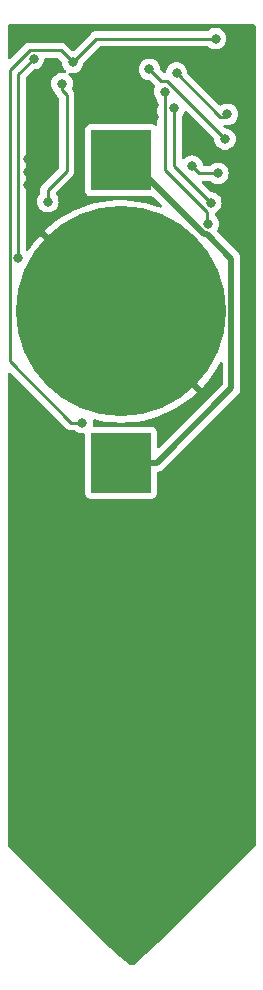
<source format=gbr>
G04 #@! TF.GenerationSoftware,KiCad,Pcbnew,(6.0.7)*
G04 #@! TF.CreationDate,2022-09-04T16:16:14-05:00*
G04 #@! TF.ProjectId,parasite-mini-test,70617261-7369-4746-952d-6d696e692d74,1.2.0*
G04 #@! TF.SameCoordinates,Original*
G04 #@! TF.FileFunction,Copper,L2,Bot*
G04 #@! TF.FilePolarity,Positive*
%FSLAX46Y46*%
G04 Gerber Fmt 4.6, Leading zero omitted, Abs format (unit mm)*
G04 Created by KiCad (PCBNEW (6.0.7)) date 2022-09-04 16:16:14*
%MOMM*%
%LPD*%
G01*
G04 APERTURE LIST*
G04 #@! TA.AperFunction,SMDPad,CuDef*
%ADD10R,5.100000X5.100000*%
G04 #@! TD*
G04 #@! TA.AperFunction,SMDPad,CuDef*
%ADD11C,17.800000*%
G04 #@! TD*
G04 #@! TA.AperFunction,ViaPad*
%ADD12C,0.800000*%
G04 #@! TD*
G04 #@! TA.AperFunction,Conductor*
%ADD13C,0.250000*%
G04 #@! TD*
G04 #@! TA.AperFunction,Conductor*
%ADD14C,0.500000*%
G04 #@! TD*
G04 APERTURE END LIST*
D10*
X67100000Y-42100000D03*
X67100000Y-67700000D03*
D11*
X67100000Y-54900000D03*
D12*
X65800000Y-61100000D03*
X69900000Y-37400000D03*
X74800000Y-54700000D03*
X67100000Y-38200000D03*
X67198744Y-55038241D03*
X62925065Y-31530239D03*
X63500000Y-51400000D03*
X68700000Y-60700000D03*
X59200000Y-43100000D03*
X69900000Y-38400000D03*
X59600000Y-37200000D03*
X65862500Y-55237500D03*
X71300000Y-52400000D03*
X63600000Y-41600000D03*
X64100000Y-55237500D03*
X72200000Y-52400000D03*
X59600000Y-35400000D03*
X63500000Y-50500000D03*
X59200000Y-42000000D03*
X63500000Y-38200000D03*
X59600000Y-36300000D03*
X63500000Y-49600000D03*
X59200000Y-44200000D03*
X63600000Y-42700000D03*
X65800000Y-38200000D03*
X64700000Y-38200000D03*
X74800000Y-53800000D03*
X68550000Y-66250000D03*
X67100000Y-67700000D03*
X67800000Y-67000000D03*
X75100000Y-31800000D03*
X63000000Y-33800000D03*
X63800000Y-64300000D03*
X60900000Y-45600000D03*
X62100000Y-35600000D03*
X58400000Y-50400000D03*
X59699999Y-33500000D03*
X71800000Y-34700000D03*
X76100000Y-38200000D03*
X69500000Y-34400000D03*
X75900000Y-40300000D03*
X69500000Y-34400000D03*
X75300000Y-43200000D03*
X73119000Y-42600000D03*
X71600000Y-37700000D03*
X74700000Y-45700000D03*
X74493886Y-47510431D03*
X70800000Y-36300000D03*
D13*
X63200000Y-38200000D02*
X64500000Y-38200000D01*
X63225000Y-38275000D02*
X63300000Y-38200000D01*
X65800000Y-38200000D02*
X67100000Y-38200000D01*
D14*
X74085885Y-48360432D02*
X67825453Y-42100000D01*
X70150000Y-67700000D02*
X76450001Y-61399999D01*
X67100000Y-67700000D02*
X70150000Y-67700000D01*
X74360432Y-48360432D02*
X74085885Y-48360432D01*
X76450001Y-50450001D02*
X74360432Y-48360432D01*
X76450001Y-61399999D02*
X76450001Y-50450001D01*
X67825453Y-42100000D02*
X67100000Y-42100000D01*
D13*
X65000000Y-31800000D02*
X75100000Y-31800000D01*
X57674999Y-34451998D02*
X57674999Y-59128001D01*
X59351998Y-32774999D02*
X57674999Y-34451998D01*
X63000000Y-33800000D02*
X61974999Y-32774999D01*
X61974999Y-32774999D02*
X59351998Y-32774999D01*
X63000000Y-33800000D02*
X65000000Y-31800000D01*
X57674999Y-59128001D02*
X62846998Y-64300000D01*
X62846998Y-64300000D02*
X63800000Y-64300000D01*
X60900000Y-44600000D02*
X60900000Y-45600000D01*
X62100000Y-35600000D02*
X62100000Y-36165685D01*
X62500000Y-43000000D02*
X60900000Y-44600000D01*
X62500000Y-36565685D02*
X62500000Y-43000000D01*
X62100000Y-36165685D02*
X62500000Y-36565685D01*
X59699999Y-33500000D02*
X58400000Y-34799999D01*
X58400000Y-34799999D02*
X58400000Y-50400000D01*
X71800000Y-34700000D02*
X75500000Y-38400000D01*
X75500000Y-38400000D02*
X75900000Y-38400000D01*
X75900000Y-38400000D02*
X76100000Y-38200000D01*
X71000001Y-35400001D02*
X75900000Y-40300000D01*
X69500000Y-34400000D02*
X69899999Y-34799999D01*
X70500001Y-35400001D02*
X69500000Y-34400000D01*
X71000001Y-35400001D02*
X70500001Y-35400001D01*
X73719000Y-43200000D02*
X73119000Y-42600000D01*
X75300000Y-43200000D02*
X73719000Y-43200000D01*
X74700000Y-45700000D02*
X71600000Y-42600000D01*
X71600000Y-42600000D02*
X71600000Y-37700000D01*
X70800000Y-42900000D02*
X70800000Y-36300000D01*
X74400000Y-47500000D02*
X74400000Y-46500000D01*
X74400000Y-46500000D02*
X70800000Y-42900000D01*
G04 #@! TA.AperFunction,Conductor*
G36*
X78433621Y-30620002D02*
G01*
X78480114Y-30673658D01*
X78491500Y-30726000D01*
X78491500Y-100057184D01*
X78471498Y-100125305D01*
X78454595Y-100146279D01*
X70243831Y-108357041D01*
X70239559Y-108361118D01*
X68248509Y-110173758D01*
X68200262Y-110201160D01*
X68188569Y-110204707D01*
X68164347Y-110209525D01*
X68108787Y-110214997D01*
X68012346Y-110224496D01*
X67987654Y-110224496D01*
X67891213Y-110214997D01*
X67835653Y-110209525D01*
X67811428Y-110204706D01*
X67791652Y-110198707D01*
X67744395Y-110172197D01*
X67017530Y-109524395D01*
X66155950Y-108756531D01*
X66150716Y-108751588D01*
X57545405Y-100146279D01*
X57511379Y-100083967D01*
X57508500Y-100057184D01*
X57508500Y-60161596D01*
X57528502Y-60093475D01*
X57582158Y-60046982D01*
X57652432Y-60036878D01*
X57717012Y-60066372D01*
X57723595Y-60072501D01*
X62343346Y-64692253D01*
X62350886Y-64700539D01*
X62354998Y-64707018D01*
X62360775Y-64712443D01*
X62404649Y-64753643D01*
X62407491Y-64756398D01*
X62427228Y-64776135D01*
X62430425Y-64778615D01*
X62439445Y-64786318D01*
X62471677Y-64816586D01*
X62478623Y-64820405D01*
X62478626Y-64820407D01*
X62489432Y-64826348D01*
X62505951Y-64837199D01*
X62521957Y-64849614D01*
X62529226Y-64852759D01*
X62529230Y-64852762D01*
X62562535Y-64867174D01*
X62573185Y-64872391D01*
X62611938Y-64893695D01*
X62619613Y-64895666D01*
X62619614Y-64895666D01*
X62631560Y-64898733D01*
X62650265Y-64905137D01*
X62668853Y-64913181D01*
X62676676Y-64914420D01*
X62676686Y-64914423D01*
X62712522Y-64920099D01*
X62724142Y-64922505D01*
X62759287Y-64931528D01*
X62766968Y-64933500D01*
X62787222Y-64933500D01*
X62806932Y-64935051D01*
X62826941Y-64938220D01*
X62834833Y-64937474D01*
X62870959Y-64934059D01*
X62882817Y-64933500D01*
X63091800Y-64933500D01*
X63159921Y-64953502D01*
X63179147Y-64969843D01*
X63179420Y-64969540D01*
X63184332Y-64973963D01*
X63188747Y-64978866D01*
X63343248Y-65091118D01*
X63349276Y-65093802D01*
X63349278Y-65093803D01*
X63375063Y-65105283D01*
X63517712Y-65168794D01*
X63611112Y-65188647D01*
X63698056Y-65207128D01*
X63698061Y-65207128D01*
X63704513Y-65208500D01*
X63895487Y-65208500D01*
X63901942Y-65207128D01*
X63902332Y-65207087D01*
X63972170Y-65219860D01*
X64024016Y-65268363D01*
X64041500Y-65332397D01*
X64041500Y-70298134D01*
X64048255Y-70360316D01*
X64099385Y-70496705D01*
X64186739Y-70613261D01*
X64303295Y-70700615D01*
X64439684Y-70751745D01*
X64501866Y-70758500D01*
X69698134Y-70758500D01*
X69760316Y-70751745D01*
X69896705Y-70700615D01*
X70013261Y-70613261D01*
X70100615Y-70496705D01*
X70151745Y-70360316D01*
X70158500Y-70298134D01*
X70158500Y-68576507D01*
X70178502Y-68508386D01*
X70232158Y-68461893D01*
X70274286Y-68450922D01*
X70276048Y-68450779D01*
X70292339Y-68449454D01*
X70292342Y-68449453D01*
X70299637Y-68448860D01*
X70306601Y-68446604D01*
X70312560Y-68445413D01*
X70318415Y-68444029D01*
X70325681Y-68443182D01*
X70394327Y-68418265D01*
X70398455Y-68416848D01*
X70460936Y-68396607D01*
X70460938Y-68396606D01*
X70467899Y-68394351D01*
X70474154Y-68390555D01*
X70479628Y-68388049D01*
X70485058Y-68385330D01*
X70491937Y-68382833D01*
X70552976Y-68342814D01*
X70556680Y-68340477D01*
X70619107Y-68302595D01*
X70627484Y-68295197D01*
X70627508Y-68295224D01*
X70630500Y-68292571D01*
X70633733Y-68289868D01*
X70639852Y-68285856D01*
X70693128Y-68229617D01*
X70695506Y-68227175D01*
X76938912Y-61983769D01*
X76953324Y-61971383D01*
X76964919Y-61962850D01*
X76964924Y-61962845D01*
X76970819Y-61958507D01*
X76975558Y-61952929D01*
X76975561Y-61952926D01*
X77005036Y-61918231D01*
X77011966Y-61910715D01*
X77017661Y-61905020D01*
X77035282Y-61882748D01*
X77038073Y-61879344D01*
X77080592Y-61829296D01*
X77080593Y-61829294D01*
X77085334Y-61823714D01*
X77088662Y-61817198D01*
X77092029Y-61812149D01*
X77095196Y-61807020D01*
X77099735Y-61801283D01*
X77130656Y-61735124D01*
X77132562Y-61731224D01*
X77138353Y-61719883D01*
X77165770Y-61666191D01*
X77167509Y-61659082D01*
X77169605Y-61653448D01*
X77171524Y-61647678D01*
X77174623Y-61641049D01*
X77189492Y-61569564D01*
X77190462Y-61565281D01*
X77206474Y-61499843D01*
X77207809Y-61494389D01*
X77208501Y-61483235D01*
X77208536Y-61483237D01*
X77208776Y-61479265D01*
X77209153Y-61475044D01*
X77210642Y-61467884D01*
X77208547Y-61390457D01*
X77208501Y-61387049D01*
X77208501Y-50517071D01*
X77209934Y-50498121D01*
X77212100Y-50483886D01*
X77212100Y-50483882D01*
X77213200Y-50476652D01*
X77208916Y-50423983D01*
X77208501Y-50413768D01*
X77208501Y-50405708D01*
X77205210Y-50377481D01*
X77204779Y-50373122D01*
X77199454Y-50307661D01*
X77198861Y-50300365D01*
X77196606Y-50293404D01*
X77195419Y-50287464D01*
X77194030Y-50281589D01*
X77193183Y-50274320D01*
X77168265Y-50205671D01*
X77166848Y-50201543D01*
X77146608Y-50139065D01*
X77146607Y-50139063D01*
X77144352Y-50132102D01*
X77140556Y-50125847D01*
X77138050Y-50120373D01*
X77135331Y-50114943D01*
X77132834Y-50108064D01*
X77092815Y-50047025D01*
X77090468Y-50043306D01*
X77052596Y-49980894D01*
X77045198Y-49972517D01*
X77045225Y-49972493D01*
X77042572Y-49969501D01*
X77039869Y-49966268D01*
X77035857Y-49960149D01*
X76979618Y-49906873D01*
X76977176Y-49904495D01*
X75259978Y-48187297D01*
X75225952Y-48124985D01*
X75231017Y-48054170D01*
X75239954Y-48035202D01*
X75325109Y-47887710D01*
X75325110Y-47887709D01*
X75328413Y-47881987D01*
X75387428Y-47700359D01*
X75407390Y-47510431D01*
X75387428Y-47320503D01*
X75328413Y-47138875D01*
X75232926Y-46973487D01*
X75105139Y-46831565D01*
X75085439Y-46817252D01*
X75042085Y-46761029D01*
X75033500Y-46715316D01*
X75033500Y-46627819D01*
X75053502Y-46559698D01*
X75108251Y-46512712D01*
X75150722Y-46493803D01*
X75150724Y-46493802D01*
X75156752Y-46491118D01*
X75311253Y-46378866D01*
X75338068Y-46349085D01*
X75434621Y-46241852D01*
X75434622Y-46241851D01*
X75439040Y-46236944D01*
X75534527Y-46071556D01*
X75593542Y-45889928D01*
X75594464Y-45881162D01*
X75612814Y-45706565D01*
X75613504Y-45700000D01*
X75602212Y-45592558D01*
X75594232Y-45516635D01*
X75594232Y-45516633D01*
X75593542Y-45510072D01*
X75534527Y-45328444D01*
X75439040Y-45163056D01*
X75377969Y-45095229D01*
X75315675Y-45026045D01*
X75315674Y-45026044D01*
X75311253Y-45021134D01*
X75156752Y-44908882D01*
X75150724Y-44906198D01*
X75150722Y-44906197D01*
X74988319Y-44833891D01*
X74988318Y-44833891D01*
X74982288Y-44831206D01*
X74888888Y-44811353D01*
X74801944Y-44792872D01*
X74801939Y-44792872D01*
X74795487Y-44791500D01*
X74739594Y-44791500D01*
X74671473Y-44771498D01*
X74650499Y-44754595D01*
X73944499Y-44048595D01*
X73910473Y-43986283D01*
X73915538Y-43915468D01*
X73958085Y-43858632D01*
X74024605Y-43833821D01*
X74033594Y-43833500D01*
X74591800Y-43833500D01*
X74659921Y-43853502D01*
X74679147Y-43869843D01*
X74679420Y-43869540D01*
X74684332Y-43873963D01*
X74688747Y-43878866D01*
X74843248Y-43991118D01*
X74849276Y-43993802D01*
X74849278Y-43993803D01*
X74972344Y-44048595D01*
X75017712Y-44068794D01*
X75111112Y-44088647D01*
X75198056Y-44107128D01*
X75198061Y-44107128D01*
X75204513Y-44108500D01*
X75395487Y-44108500D01*
X75401939Y-44107128D01*
X75401944Y-44107128D01*
X75488887Y-44088647D01*
X75582288Y-44068794D01*
X75627656Y-44048595D01*
X75750722Y-43993803D01*
X75750724Y-43993802D01*
X75756752Y-43991118D01*
X75911253Y-43878866D01*
X76039040Y-43736944D01*
X76134527Y-43571556D01*
X76193542Y-43389928D01*
X76213504Y-43200000D01*
X76210384Y-43170312D01*
X76194232Y-43016635D01*
X76194232Y-43016633D01*
X76193542Y-43010072D01*
X76134527Y-42828444D01*
X76039040Y-42663056D01*
X75911253Y-42521134D01*
X75756752Y-42408882D01*
X75750724Y-42406198D01*
X75750722Y-42406197D01*
X75588319Y-42333891D01*
X75588318Y-42333891D01*
X75582288Y-42331206D01*
X75488887Y-42311353D01*
X75401944Y-42292872D01*
X75401939Y-42292872D01*
X75395487Y-42291500D01*
X75204513Y-42291500D01*
X75198061Y-42292872D01*
X75198056Y-42292872D01*
X75111113Y-42311353D01*
X75017712Y-42331206D01*
X75011682Y-42333891D01*
X75011681Y-42333891D01*
X74849278Y-42406197D01*
X74849276Y-42406198D01*
X74843248Y-42408882D01*
X74688747Y-42521134D01*
X74684332Y-42526037D01*
X74679420Y-42530460D01*
X74678295Y-42529211D01*
X74624986Y-42562051D01*
X74591800Y-42566500D01*
X74142434Y-42566500D01*
X74074313Y-42546498D01*
X74027820Y-42492842D01*
X74017124Y-42453670D01*
X74013232Y-42416635D01*
X74013232Y-42416633D01*
X74012542Y-42410072D01*
X73953527Y-42228444D01*
X73858040Y-42063056D01*
X73730253Y-41921134D01*
X73575752Y-41808882D01*
X73569724Y-41806198D01*
X73569722Y-41806197D01*
X73407319Y-41733891D01*
X73407318Y-41733891D01*
X73401288Y-41731206D01*
X73307887Y-41711353D01*
X73220944Y-41692872D01*
X73220939Y-41692872D01*
X73214487Y-41691500D01*
X73023513Y-41691500D01*
X73017061Y-41692872D01*
X73017056Y-41692872D01*
X72930112Y-41711353D01*
X72836712Y-41731206D01*
X72830682Y-41733891D01*
X72830681Y-41733891D01*
X72668278Y-41806197D01*
X72668276Y-41806198D01*
X72662248Y-41808882D01*
X72507747Y-41921134D01*
X72503326Y-41926044D01*
X72503325Y-41926045D01*
X72453136Y-41981786D01*
X72392690Y-42019026D01*
X72321707Y-42017674D01*
X72262722Y-41978161D01*
X72234464Y-41913030D01*
X72233500Y-41897476D01*
X72233500Y-38402524D01*
X72253502Y-38334403D01*
X72265858Y-38318221D01*
X72339040Y-38236944D01*
X72434527Y-38071556D01*
X72454646Y-38009637D01*
X72494720Y-37951031D01*
X72560117Y-37923395D01*
X72630074Y-37935502D01*
X72663574Y-37959479D01*
X74952878Y-40248783D01*
X74986904Y-40311095D01*
X74989093Y-40324706D01*
X75006458Y-40489928D01*
X75065473Y-40671556D01*
X75160960Y-40836944D01*
X75288747Y-40978866D01*
X75443248Y-41091118D01*
X75449276Y-41093802D01*
X75449278Y-41093803D01*
X75611681Y-41166109D01*
X75617712Y-41168794D01*
X75711113Y-41188647D01*
X75798056Y-41207128D01*
X75798061Y-41207128D01*
X75804513Y-41208500D01*
X75995487Y-41208500D01*
X76001939Y-41207128D01*
X76001944Y-41207128D01*
X76088887Y-41188647D01*
X76182288Y-41168794D01*
X76188319Y-41166109D01*
X76350722Y-41093803D01*
X76350724Y-41093802D01*
X76356752Y-41091118D01*
X76511253Y-40978866D01*
X76639040Y-40836944D01*
X76734527Y-40671556D01*
X76793542Y-40489928D01*
X76813504Y-40300000D01*
X76793542Y-40110072D01*
X76734527Y-39928444D01*
X76639040Y-39763056D01*
X76511253Y-39621134D01*
X76356752Y-39508882D01*
X76350724Y-39506198D01*
X76350722Y-39506197D01*
X76188319Y-39433891D01*
X76188318Y-39433891D01*
X76182288Y-39431206D01*
X76088888Y-39411353D01*
X76001944Y-39392872D01*
X76001939Y-39392872D01*
X75995487Y-39391500D01*
X75939594Y-39391500D01*
X75871473Y-39371498D01*
X75850499Y-39354595D01*
X75797183Y-39301279D01*
X75763157Y-39238967D01*
X75768222Y-39168152D01*
X75810769Y-39111316D01*
X75877289Y-39086505D01*
X75912475Y-39088937D01*
X75998056Y-39107128D01*
X75998061Y-39107128D01*
X76004513Y-39108500D01*
X76195487Y-39108500D01*
X76201939Y-39107128D01*
X76201944Y-39107128D01*
X76288888Y-39088647D01*
X76382288Y-39068794D01*
X76422189Y-39051029D01*
X76550722Y-38993803D01*
X76550724Y-38993802D01*
X76556752Y-38991118D01*
X76711253Y-38878866D01*
X76839040Y-38736944D01*
X76934527Y-38571556D01*
X76993542Y-38389928D01*
X77001080Y-38318213D01*
X77012814Y-38206565D01*
X77013504Y-38200000D01*
X76993542Y-38010072D01*
X76934527Y-37828444D01*
X76839040Y-37663056D01*
X76711253Y-37521134D01*
X76556752Y-37408882D01*
X76550724Y-37406198D01*
X76550722Y-37406197D01*
X76388319Y-37333891D01*
X76388318Y-37333891D01*
X76382288Y-37331206D01*
X76288887Y-37311353D01*
X76201944Y-37292872D01*
X76201939Y-37292872D01*
X76195487Y-37291500D01*
X76004513Y-37291500D01*
X75998061Y-37292872D01*
X75998056Y-37292872D01*
X75911113Y-37311353D01*
X75817712Y-37331206D01*
X75811682Y-37333891D01*
X75811681Y-37333891D01*
X75649278Y-37406197D01*
X75649276Y-37406198D01*
X75643248Y-37408882D01*
X75637910Y-37412760D01*
X75637907Y-37412762D01*
X75592193Y-37445975D01*
X75525325Y-37469833D01*
X75456173Y-37453751D01*
X75429038Y-37433133D01*
X72747122Y-34751217D01*
X72713096Y-34688905D01*
X72710907Y-34675292D01*
X72694232Y-34516635D01*
X72694232Y-34516633D01*
X72693542Y-34510072D01*
X72634527Y-34328444D01*
X72539040Y-34163056D01*
X72411253Y-34021134D01*
X72256752Y-33908882D01*
X72250724Y-33906198D01*
X72250722Y-33906197D01*
X72088319Y-33833891D01*
X72088318Y-33833891D01*
X72082288Y-33831206D01*
X71987669Y-33811094D01*
X71901944Y-33792872D01*
X71901939Y-33792872D01*
X71895487Y-33791500D01*
X71704513Y-33791500D01*
X71698061Y-33792872D01*
X71698056Y-33792872D01*
X71612331Y-33811094D01*
X71517712Y-33831206D01*
X71511682Y-33833891D01*
X71511681Y-33833891D01*
X71349278Y-33906197D01*
X71349276Y-33906198D01*
X71343248Y-33908882D01*
X71188747Y-34021134D01*
X71060960Y-34163056D01*
X70965473Y-34328444D01*
X70906458Y-34510072D01*
X70905768Y-34516633D01*
X70905768Y-34516635D01*
X70895982Y-34609748D01*
X70868969Y-34675405D01*
X70810748Y-34716035D01*
X70739802Y-34718738D01*
X70681577Y-34685673D01*
X70447122Y-34451218D01*
X70413096Y-34388906D01*
X70410907Y-34375293D01*
X70394232Y-34216635D01*
X70394232Y-34216633D01*
X70393542Y-34210072D01*
X70334527Y-34028444D01*
X70239040Y-33863056D01*
X70204511Y-33824707D01*
X70115675Y-33726045D01*
X70115674Y-33726044D01*
X70111253Y-33721134D01*
X69956752Y-33608882D01*
X69950724Y-33606198D01*
X69950722Y-33606197D01*
X69788319Y-33533891D01*
X69788318Y-33533891D01*
X69782288Y-33531206D01*
X69670747Y-33507497D01*
X69601944Y-33492872D01*
X69601939Y-33492872D01*
X69595487Y-33491500D01*
X69404513Y-33491500D01*
X69398061Y-33492872D01*
X69398056Y-33492872D01*
X69329253Y-33507497D01*
X69217712Y-33531206D01*
X69211682Y-33533891D01*
X69211681Y-33533891D01*
X69049278Y-33606197D01*
X69049276Y-33606198D01*
X69043248Y-33608882D01*
X68888747Y-33721134D01*
X68884326Y-33726044D01*
X68884325Y-33726045D01*
X68795490Y-33824707D01*
X68760960Y-33863056D01*
X68665473Y-34028444D01*
X68606458Y-34210072D01*
X68605768Y-34216633D01*
X68605768Y-34216635D01*
X68590058Y-34366109D01*
X68586496Y-34400000D01*
X68606458Y-34589928D01*
X68665473Y-34771556D01*
X68760960Y-34936944D01*
X68888747Y-35078866D01*
X69043248Y-35191118D01*
X69049276Y-35193802D01*
X69049278Y-35193803D01*
X69141200Y-35234729D01*
X69217712Y-35268794D01*
X69311112Y-35288647D01*
X69398056Y-35307128D01*
X69398061Y-35307128D01*
X69404513Y-35308500D01*
X69460405Y-35308500D01*
X69528526Y-35328502D01*
X69549501Y-35345405D01*
X69958259Y-35754164D01*
X69992284Y-35816476D01*
X69987219Y-35887292D01*
X69978284Y-35906255D01*
X69965473Y-35928444D01*
X69906458Y-36110072D01*
X69905768Y-36116633D01*
X69905768Y-36116635D01*
X69900294Y-36168716D01*
X69886496Y-36300000D01*
X69887186Y-36306565D01*
X69904711Y-36473302D01*
X69906458Y-36489928D01*
X69965473Y-36671556D01*
X70060960Y-36836944D01*
X70134137Y-36918215D01*
X70164853Y-36982221D01*
X70166500Y-37002524D01*
X70166500Y-39049695D01*
X70146498Y-39117816D01*
X70092842Y-39164309D01*
X70022568Y-39174413D01*
X69964936Y-39150521D01*
X69896705Y-39099385D01*
X69760316Y-39048255D01*
X69698134Y-39041500D01*
X64501866Y-39041500D01*
X64439684Y-39048255D01*
X64303295Y-39099385D01*
X64186739Y-39186739D01*
X64099385Y-39303295D01*
X64048255Y-39439684D01*
X64041500Y-39501866D01*
X64041500Y-44698134D01*
X64048255Y-44760316D01*
X64099385Y-44896705D01*
X64186739Y-45013261D01*
X64303295Y-45100615D01*
X64439684Y-45151745D01*
X64501866Y-45158500D01*
X69698134Y-45158500D01*
X69740171Y-45153933D01*
X69810051Y-45166460D01*
X69842873Y-45190101D01*
X70533934Y-45881162D01*
X70567960Y-45943474D01*
X70562895Y-46014289D01*
X70520348Y-46071125D01*
X70453828Y-46095936D01*
X70398558Y-46087449D01*
X70274988Y-46038649D01*
X70271159Y-46037278D01*
X69696502Y-45852222D01*
X69692627Y-45851111D01*
X69107229Y-45703526D01*
X69103268Y-45702663D01*
X68509588Y-45593167D01*
X68505566Y-45592558D01*
X67906029Y-45521598D01*
X67902027Y-45521255D01*
X67299136Y-45489131D01*
X67295119Y-45489047D01*
X66691442Y-45495896D01*
X66687380Y-45496073D01*
X66085416Y-45541864D01*
X66081389Y-45542301D01*
X65483660Y-45626839D01*
X65479623Y-45627543D01*
X64888587Y-45750478D01*
X64884639Y-45751434D01*
X64302765Y-45912254D01*
X64298873Y-45913467D01*
X63728579Y-46111506D01*
X63724796Y-46112959D01*
X63168481Y-46347384D01*
X63164782Y-46349085D01*
X62624758Y-46618920D01*
X62621156Y-46620868D01*
X62099693Y-46924975D01*
X62096229Y-46927148D01*
X61595452Y-47264292D01*
X61592161Y-47266665D01*
X61114195Y-47635414D01*
X61111040Y-47638013D01*
X60657848Y-48036854D01*
X60654900Y-48039622D01*
X60639690Y-48054859D01*
X60632090Y-48068808D01*
X60632225Y-48070670D01*
X60636453Y-48077243D01*
X73916962Y-61357752D01*
X73930906Y-61365366D01*
X73931950Y-61365292D01*
X73939643Y-61360218D01*
X74115787Y-61175573D01*
X74118510Y-61172527D01*
X74506152Y-60709734D01*
X74508646Y-60706554D01*
X74865621Y-60219701D01*
X74867921Y-60216341D01*
X75192732Y-59707472D01*
X75194803Y-59703984D01*
X75455139Y-59231412D01*
X75505528Y-59181397D01*
X75574958Y-59166564D01*
X75641386Y-59191623D01*
X75683720Y-59248617D01*
X75691501Y-59292209D01*
X75691501Y-61033628D01*
X75671499Y-61101749D01*
X75654596Y-61122723D01*
X70373595Y-66403724D01*
X70311283Y-66437750D01*
X70240468Y-66432685D01*
X70183632Y-66390138D01*
X70158821Y-66323618D01*
X70158500Y-66314629D01*
X70158500Y-65101866D01*
X70151745Y-65039684D01*
X70100615Y-64903295D01*
X70013261Y-64786739D01*
X69896705Y-64699385D01*
X69760316Y-64648255D01*
X69698134Y-64641500D01*
X64816216Y-64641500D01*
X64748095Y-64621498D01*
X64701602Y-64567842D01*
X64691498Y-64497568D01*
X64692029Y-64494584D01*
X64693542Y-64489928D01*
X64713504Y-64300000D01*
X64700195Y-64173373D01*
X64712967Y-64103535D01*
X64761469Y-64051688D01*
X64830302Y-64034294D01*
X64853527Y-64037359D01*
X65301917Y-64139642D01*
X65305912Y-64140419D01*
X65901930Y-64236419D01*
X65905969Y-64236936D01*
X66506918Y-64294272D01*
X66510987Y-64294528D01*
X67114384Y-64312964D01*
X67118470Y-64312956D01*
X67721812Y-64292414D01*
X67725856Y-64292145D01*
X68326622Y-64232710D01*
X68330658Y-64232179D01*
X68926321Y-64134102D01*
X68930324Y-64133309D01*
X69518425Y-63996995D01*
X69522345Y-63995952D01*
X70100442Y-63821964D01*
X70104275Y-63820674D01*
X70669914Y-63609753D01*
X70673707Y-63608197D01*
X71224544Y-63361219D01*
X71228205Y-63359433D01*
X71761987Y-63077406D01*
X71765493Y-63075406D01*
X72279963Y-62759521D01*
X72283360Y-62757280D01*
X72776367Y-62408858D01*
X72779591Y-62406420D01*
X73249100Y-62026897D01*
X73252167Y-62024250D01*
X73557854Y-61742663D01*
X73566032Y-61729046D01*
X73566018Y-61728587D01*
X73560673Y-61719883D01*
X60280806Y-48440016D01*
X60266862Y-48432402D01*
X60265057Y-48432531D01*
X60258404Y-48436810D01*
X60228383Y-48466885D01*
X60225621Y-48469835D01*
X59827560Y-48923737D01*
X59824995Y-48926860D01*
X59457060Y-49405497D01*
X59454697Y-49408785D01*
X59264143Y-49692894D01*
X59209586Y-49738326D01*
X59139128Y-49747051D01*
X59075138Y-49716298D01*
X59037932Y-49655832D01*
X59033500Y-49622709D01*
X59033500Y-35114593D01*
X59053502Y-35046472D01*
X59070405Y-35025498D01*
X59650498Y-34445405D01*
X59712810Y-34411379D01*
X59739593Y-34408500D01*
X59795486Y-34408500D01*
X59801938Y-34407128D01*
X59801943Y-34407128D01*
X59888887Y-34388647D01*
X59982287Y-34368794D01*
X60066667Y-34331226D01*
X60150721Y-34293803D01*
X60150723Y-34293802D01*
X60156751Y-34291118D01*
X60311252Y-34178866D01*
X60439039Y-34036944D01*
X60534526Y-33871556D01*
X60593541Y-33689928D01*
X60611261Y-33521328D01*
X60638274Y-33455672D01*
X60696496Y-33415042D01*
X60736571Y-33408499D01*
X61660405Y-33408499D01*
X61728526Y-33428501D01*
X61749500Y-33445404D01*
X62052878Y-33748782D01*
X62086904Y-33811094D01*
X62089092Y-33824703D01*
X62106458Y-33989928D01*
X62165473Y-34171556D01*
X62260960Y-34336944D01*
X62265378Y-34341851D01*
X62265379Y-34341852D01*
X62363853Y-34451218D01*
X62388747Y-34478866D01*
X62394089Y-34482747D01*
X62394091Y-34482749D01*
X62402793Y-34489071D01*
X62446147Y-34545293D01*
X62452222Y-34616029D01*
X62419091Y-34678821D01*
X62357271Y-34713732D01*
X62302536Y-34714254D01*
X62269011Y-34707128D01*
X62201944Y-34692872D01*
X62201939Y-34692872D01*
X62195487Y-34691500D01*
X62004513Y-34691500D01*
X61998061Y-34692872D01*
X61998056Y-34692872D01*
X61911113Y-34711353D01*
X61817712Y-34731206D01*
X61811682Y-34733891D01*
X61811681Y-34733891D01*
X61649278Y-34806197D01*
X61649276Y-34806198D01*
X61643248Y-34808882D01*
X61488747Y-34921134D01*
X61360960Y-35063056D01*
X61265473Y-35228444D01*
X61206458Y-35410072D01*
X61186496Y-35600000D01*
X61206458Y-35789928D01*
X61265473Y-35971556D01*
X61268776Y-35977278D01*
X61268777Y-35977279D01*
X61280903Y-35998282D01*
X61360960Y-36136944D01*
X61446469Y-36231911D01*
X61473827Y-36281063D01*
X61474977Y-36285021D01*
X61478987Y-36304385D01*
X61479961Y-36312091D01*
X61481526Y-36324482D01*
X61484445Y-36331853D01*
X61484445Y-36331855D01*
X61497804Y-36365597D01*
X61501649Y-36376827D01*
X61513982Y-36419278D01*
X61518015Y-36426097D01*
X61518017Y-36426102D01*
X61524293Y-36436713D01*
X61532988Y-36454461D01*
X61540448Y-36473302D01*
X61545110Y-36479718D01*
X61545110Y-36479719D01*
X61566436Y-36509072D01*
X61572952Y-36518992D01*
X61595458Y-36557047D01*
X61609779Y-36571368D01*
X61622619Y-36586401D01*
X61634528Y-36602792D01*
X61640634Y-36607843D01*
X61668605Y-36630983D01*
X61677384Y-36638973D01*
X61829595Y-36791184D01*
X61863621Y-36853496D01*
X61866500Y-36880279D01*
X61866500Y-42685406D01*
X61846498Y-42753527D01*
X61829595Y-42774501D01*
X61164604Y-43439491D01*
X60507747Y-44096348D01*
X60499461Y-44103888D01*
X60492982Y-44108000D01*
X60487557Y-44113777D01*
X60446357Y-44157651D01*
X60443602Y-44160493D01*
X60423865Y-44180230D01*
X60421385Y-44183427D01*
X60413682Y-44192447D01*
X60383414Y-44224679D01*
X60379595Y-44231625D01*
X60379593Y-44231628D01*
X60373652Y-44242434D01*
X60362801Y-44258953D01*
X60350386Y-44274959D01*
X60347241Y-44282228D01*
X60347238Y-44282232D01*
X60332826Y-44315537D01*
X60327609Y-44326187D01*
X60306305Y-44364940D01*
X60304334Y-44372615D01*
X60304334Y-44372616D01*
X60301267Y-44384562D01*
X60294863Y-44403266D01*
X60286819Y-44421855D01*
X60285580Y-44429678D01*
X60285577Y-44429688D01*
X60279901Y-44465524D01*
X60277495Y-44477144D01*
X60266500Y-44519970D01*
X60266500Y-44540224D01*
X60264949Y-44559934D01*
X60261780Y-44579943D01*
X60262526Y-44587835D01*
X60265941Y-44623961D01*
X60266500Y-44635819D01*
X60266500Y-44897476D01*
X60246498Y-44965597D01*
X60234142Y-44981779D01*
X60160960Y-45063056D01*
X60065473Y-45228444D01*
X60006458Y-45410072D01*
X60005768Y-45416633D01*
X60005768Y-45416635D01*
X59995948Y-45510072D01*
X59986496Y-45600000D01*
X60006458Y-45789928D01*
X60065473Y-45971556D01*
X60160960Y-46136944D01*
X60288747Y-46278866D01*
X60383054Y-46347384D01*
X60426385Y-46378866D01*
X60443248Y-46391118D01*
X60449276Y-46393802D01*
X60449278Y-46393803D01*
X60611681Y-46466109D01*
X60617712Y-46468794D01*
X60704479Y-46487237D01*
X60798056Y-46507128D01*
X60798061Y-46507128D01*
X60804513Y-46508500D01*
X60995487Y-46508500D01*
X61001939Y-46507128D01*
X61001944Y-46507128D01*
X61095521Y-46487237D01*
X61182288Y-46468794D01*
X61188319Y-46466109D01*
X61350722Y-46393803D01*
X61350724Y-46393802D01*
X61356752Y-46391118D01*
X61373616Y-46378866D01*
X61416946Y-46347384D01*
X61511253Y-46278866D01*
X61639040Y-46136944D01*
X61734527Y-45971556D01*
X61793542Y-45789928D01*
X61813504Y-45600000D01*
X61804052Y-45510072D01*
X61794232Y-45416635D01*
X61794232Y-45416633D01*
X61793542Y-45410072D01*
X61734527Y-45228444D01*
X61639040Y-45063056D01*
X61573974Y-44990793D01*
X61543257Y-44926785D01*
X61552022Y-44856332D01*
X61578516Y-44817388D01*
X62892247Y-43503657D01*
X62900537Y-43496113D01*
X62907018Y-43492000D01*
X62953659Y-43442332D01*
X62956413Y-43439491D01*
X62976135Y-43419769D01*
X62978619Y-43416567D01*
X62986317Y-43407555D01*
X63011161Y-43381098D01*
X63016586Y-43375321D01*
X63026347Y-43357566D01*
X63037198Y-43341047D01*
X63049614Y-43325041D01*
X63067174Y-43284463D01*
X63072391Y-43273813D01*
X63093695Y-43235060D01*
X63098733Y-43215437D01*
X63105137Y-43196734D01*
X63110033Y-43185420D01*
X63110033Y-43185419D01*
X63113181Y-43178145D01*
X63114420Y-43170322D01*
X63114423Y-43170312D01*
X63120099Y-43134476D01*
X63122505Y-43122856D01*
X63131528Y-43087711D01*
X63131528Y-43087710D01*
X63133500Y-43080030D01*
X63133500Y-43059776D01*
X63135051Y-43040065D01*
X63136980Y-43027886D01*
X63138220Y-43020057D01*
X63134059Y-42976038D01*
X63133500Y-42964181D01*
X63133500Y-36644448D01*
X63134027Y-36633264D01*
X63135701Y-36625776D01*
X63133562Y-36557717D01*
X63133500Y-36553760D01*
X63133500Y-36525829D01*
X63132994Y-36521823D01*
X63132061Y-36509977D01*
X63131629Y-36496206D01*
X63130673Y-36465795D01*
X63125022Y-36446343D01*
X63121014Y-36426991D01*
X63119468Y-36414753D01*
X63119467Y-36414751D01*
X63118474Y-36406888D01*
X63102194Y-36365771D01*
X63098359Y-36354570D01*
X63086018Y-36312091D01*
X63081985Y-36305272D01*
X63081983Y-36305267D01*
X63075707Y-36294656D01*
X63067010Y-36276906D01*
X63059552Y-36258068D01*
X63033571Y-36222308D01*
X63027053Y-36212386D01*
X63008578Y-36181145D01*
X63008574Y-36181140D01*
X63004542Y-36174322D01*
X62990218Y-36159998D01*
X62977376Y-36144963D01*
X62971550Y-36136944D01*
X62965472Y-36128578D01*
X62959363Y-36123524D01*
X62953937Y-36117746D01*
X62956363Y-36115468D01*
X62925161Y-36069260D01*
X62923547Y-35998282D01*
X62930112Y-35979774D01*
X62931223Y-35977279D01*
X62934527Y-35971556D01*
X62993542Y-35789928D01*
X63013504Y-35600000D01*
X62993542Y-35410072D01*
X62934527Y-35228444D01*
X62839040Y-35063056D01*
X62711253Y-34921134D01*
X62697207Y-34910929D01*
X62653853Y-34854707D01*
X62647778Y-34783971D01*
X62680909Y-34721179D01*
X62742729Y-34686268D01*
X62797464Y-34685746D01*
X62812326Y-34688905D01*
X62898056Y-34707128D01*
X62898061Y-34707128D01*
X62904513Y-34708500D01*
X63095487Y-34708500D01*
X63101939Y-34707128D01*
X63101944Y-34707128D01*
X63188887Y-34688647D01*
X63282288Y-34668794D01*
X63400801Y-34616029D01*
X63450722Y-34593803D01*
X63450724Y-34593802D01*
X63456752Y-34591118D01*
X63611253Y-34478866D01*
X63636147Y-34451218D01*
X63734621Y-34341852D01*
X63734622Y-34341851D01*
X63739040Y-34336944D01*
X63834527Y-34171556D01*
X63893542Y-33989928D01*
X63910907Y-33824706D01*
X63937920Y-33759050D01*
X63947122Y-33748782D01*
X65225500Y-32470405D01*
X65287812Y-32436379D01*
X65314595Y-32433500D01*
X74391800Y-32433500D01*
X74459921Y-32453502D01*
X74479147Y-32469843D01*
X74479420Y-32469540D01*
X74484332Y-32473963D01*
X74488747Y-32478866D01*
X74643248Y-32591118D01*
X74649276Y-32593802D01*
X74649278Y-32593803D01*
X74811681Y-32666109D01*
X74817712Y-32668794D01*
X74911113Y-32688647D01*
X74998056Y-32707128D01*
X74998061Y-32707128D01*
X75004513Y-32708500D01*
X75195487Y-32708500D01*
X75201939Y-32707128D01*
X75201944Y-32707128D01*
X75288887Y-32688647D01*
X75382288Y-32668794D01*
X75388319Y-32666109D01*
X75550722Y-32593803D01*
X75550724Y-32593802D01*
X75556752Y-32591118D01*
X75711253Y-32478866D01*
X75734091Y-32453502D01*
X75834621Y-32341852D01*
X75834622Y-32341851D01*
X75839040Y-32336944D01*
X75906495Y-32220109D01*
X75931223Y-32177279D01*
X75931224Y-32177278D01*
X75934527Y-32171556D01*
X75993542Y-31989928D01*
X76013504Y-31800000D01*
X75993542Y-31610072D01*
X75934527Y-31428444D01*
X75839040Y-31263056D01*
X75822882Y-31245110D01*
X75715675Y-31126045D01*
X75715674Y-31126044D01*
X75711253Y-31121134D01*
X75556752Y-31008882D01*
X75550724Y-31006198D01*
X75550722Y-31006197D01*
X75388319Y-30933891D01*
X75388318Y-30933891D01*
X75382288Y-30931206D01*
X75288888Y-30911353D01*
X75201944Y-30892872D01*
X75201939Y-30892872D01*
X75195487Y-30891500D01*
X75004513Y-30891500D01*
X74998061Y-30892872D01*
X74998056Y-30892872D01*
X74911112Y-30911353D01*
X74817712Y-30931206D01*
X74811682Y-30933891D01*
X74811681Y-30933891D01*
X74649278Y-31006197D01*
X74649276Y-31006198D01*
X74643248Y-31008882D01*
X74488747Y-31121134D01*
X74484332Y-31126037D01*
X74479420Y-31130460D01*
X74478295Y-31129211D01*
X74424986Y-31162051D01*
X74391800Y-31166500D01*
X65078767Y-31166500D01*
X65067584Y-31165973D01*
X65060091Y-31164298D01*
X65052165Y-31164547D01*
X65052164Y-31164547D01*
X64992014Y-31166438D01*
X64988055Y-31166500D01*
X64960144Y-31166500D01*
X64956210Y-31166997D01*
X64956209Y-31166997D01*
X64956144Y-31167005D01*
X64944307Y-31167938D01*
X64912490Y-31168938D01*
X64908029Y-31169078D01*
X64900110Y-31169327D01*
X64882454Y-31174456D01*
X64880658Y-31174978D01*
X64861306Y-31178986D01*
X64854235Y-31179880D01*
X64841203Y-31181526D01*
X64833834Y-31184443D01*
X64833832Y-31184444D01*
X64800097Y-31197800D01*
X64788869Y-31201645D01*
X64746407Y-31213982D01*
X64739584Y-31218017D01*
X64739582Y-31218018D01*
X64728972Y-31224293D01*
X64711224Y-31232988D01*
X64692383Y-31240448D01*
X64685967Y-31245110D01*
X64685966Y-31245110D01*
X64656613Y-31266436D01*
X64646693Y-31272952D01*
X64615465Y-31291420D01*
X64615462Y-31291422D01*
X64608638Y-31295458D01*
X64594317Y-31309779D01*
X64579284Y-31322619D01*
X64562893Y-31334528D01*
X64557842Y-31340634D01*
X64534702Y-31368605D01*
X64526712Y-31377384D01*
X63089095Y-32815000D01*
X63026783Y-32849026D01*
X62955967Y-32843961D01*
X62910905Y-32815000D01*
X62478651Y-32382746D01*
X62471111Y-32374460D01*
X62466999Y-32367981D01*
X62417347Y-32321355D01*
X62414506Y-32318601D01*
X62394769Y-32298864D01*
X62391572Y-32296384D01*
X62382550Y-32288679D01*
X62369121Y-32276068D01*
X62350320Y-32258413D01*
X62343374Y-32254594D01*
X62343371Y-32254592D01*
X62332565Y-32248651D01*
X62316046Y-32237800D01*
X62315582Y-32237440D01*
X62300040Y-32225385D01*
X62292771Y-32222240D01*
X62292767Y-32222237D01*
X62259462Y-32207825D01*
X62248812Y-32202608D01*
X62210059Y-32181304D01*
X62190436Y-32176266D01*
X62171733Y-32169862D01*
X62160419Y-32164966D01*
X62160418Y-32164966D01*
X62153144Y-32161818D01*
X62145321Y-32160579D01*
X62145311Y-32160576D01*
X62109475Y-32154900D01*
X62097855Y-32152494D01*
X62062710Y-32143471D01*
X62062709Y-32143471D01*
X62055029Y-32141499D01*
X62034775Y-32141499D01*
X62015064Y-32139948D01*
X62002885Y-32138019D01*
X61995056Y-32136779D01*
X61965785Y-32139546D01*
X61951038Y-32140940D01*
X61939180Y-32141499D01*
X59430766Y-32141499D01*
X59419583Y-32140972D01*
X59412090Y-32139297D01*
X59404164Y-32139546D01*
X59404163Y-32139546D01*
X59344000Y-32141437D01*
X59340042Y-32141499D01*
X59312142Y-32141499D01*
X59308152Y-32142003D01*
X59296318Y-32142935D01*
X59252109Y-32144325D01*
X59244495Y-32146537D01*
X59244490Y-32146538D01*
X59232657Y-32149976D01*
X59213294Y-32153987D01*
X59193201Y-32156525D01*
X59185834Y-32159442D01*
X59185829Y-32159443D01*
X59152090Y-32172801D01*
X59140863Y-32176645D01*
X59098405Y-32188981D01*
X59091579Y-32193018D01*
X59080970Y-32199292D01*
X59063222Y-32207987D01*
X59044381Y-32215447D01*
X59037965Y-32220109D01*
X59037964Y-32220109D01*
X59008611Y-32241435D01*
X58998691Y-32247951D01*
X58967463Y-32266419D01*
X58967460Y-32266421D01*
X58960636Y-32270457D01*
X58946315Y-32284778D01*
X58931282Y-32297618D01*
X58914891Y-32309527D01*
X58906215Y-32320015D01*
X58886700Y-32343604D01*
X58878710Y-32352383D01*
X57723595Y-33507497D01*
X57661283Y-33541523D01*
X57590467Y-33536458D01*
X57533632Y-33493911D01*
X57508821Y-33427391D01*
X57508500Y-33418402D01*
X57508500Y-30726000D01*
X57528502Y-30657879D01*
X57582158Y-30611386D01*
X57634500Y-30600000D01*
X78365500Y-30600000D01*
X78433621Y-30620002D01*
G37*
G04 #@! TD.AperFunction*
M02*

</source>
